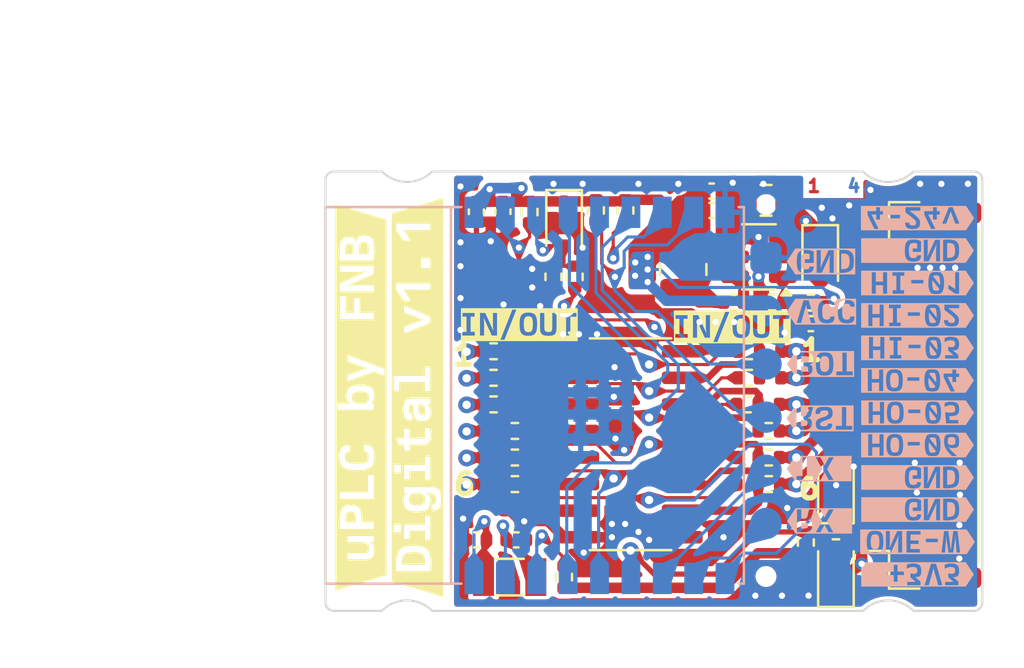
<source format=kicad_pcb>
(kicad_pcb (version 20221018) (generator pcbnew)
  (title_block (title "uPLC_Digital") (date "2024-02-20") (rev "v1.1"))
  (layers (0 "F.Cu" signal) (1 "In1.Cu" signal) (2 "In2.Cu" signal) (31 "B.Cu" signal) (34 "B.Paste" user) (35 "F.Paste" user) (36 "B.SilkS" user "B.Silkscreen") (37 "F.SilkS" user "F.Silkscreen") (38 "B.Mask" user) (39 "F.Mask" user) (44 "Edge.Cuts" user))
  (net 0 "")
  (net 1 "+VDC")
  (net 2 "GND")
  (net 3 "+3.3V")
  (net 4 "Net-(U3-GPIO0{slash}ADC1_CH0{slash}XTAL_32K_P)")
  (net 5 "TX")
  (net 6 "RX")
  (net 7 "BOOT")
  (net 8 "RST")
  (net 9 "ONEWIRE")
  (net 10 "ONEWIRE_OUT")
  (net 11 "Net-(U1-BST)")
  (net 12 "Net-(U3-GPIO8)")
  (net 13 "Net-(U3-GPIO2{slash}ADC1_CH2)")
  (net 14 "Net-(U3-GPIO1{slash}ADC1_CH1{slash}XTAL_32K_N)")
  (net 16 "/SW")
  (net 17 "/FB")
  (net 18 "/VIN_P")
  (net 19 "L1")
  (net 20 "/I1")
  (net 21 "H1")
  (net 22 "/O1")
  (net 23 "L2")
  (net 24 "/I2")
  (net 25 "H2")
  (net 26 "/O2")
  (net 27 "L3")
  (net 28 "/I3")
  (net 29 "H3")
  (net 30 "/O3")
  (net 31 "H4")
  (net 32 "/I4")
  (net 33 "L4")
  (net 34 "/O4")
  (net 35 "H5")
  (net 36 "/I5")
  (net 37 "L5")
  (net 38 "/O5")
  (net 39 "H6")
  (net 40 "/I6")
  (net 41 "L6")
  (net 42 "/O6")
  (net 43 "ADC")
  (footprint "Jumper:SolderJumper-3_P1.3mm_BridgedSMD12_0402" (layer "F.Cu") (at 121.2835 84.201 180)
    (fp_text reference "JP8" hide)
    (fp_text value "0R" hide)
  )
  (footprint "Resistor_SMD:R_0402_1005Metric" (layer "F.Cu") (at 124.5 89 180)
    (fp_text reference "R13" hide)
    (fp_text value "100R" hide)
  )
  (footprint "Resistor_SMD:R_0402_1005Metric" (layer "F.Cu") (at 123.302168 78.064865)
    (fp_text reference "R14" hide)
    (fp_text value "182k" hide)
  )
  (footprint "Capacitor_SMD:C_0402_1005Metric" (layer "F.Cu") (at 123.302168 79.072365 180)
    (fp_text reference "C9" hide)
    (fp_text value "0.1uF" hide)
  )
  (footprint "Resistor_SMD:R_0402_1005Metric" (layer "F.Cu") (at 112.014 76.835 90)
    (fp_text reference "R7" hide)
    (fp_text value "309k" hide)
  )
  (footprint "Jumper:SolderJumper-3_P1.3mm_BridgedSMD12_0402" (layer "F.Cu") (at 121.2835 85.471 180)
    (fp_text reference "JP10" hide)
    (fp_text value "0R" hide)
  )
  (footprint "Jumper:SolderJumper-3_P1.3mm_BridgedSMD12_0402" (layer "F.Cu") (at 120.3435 81.661)
    (fp_text reference "JP4" hide)
    (fp_text value "0R" hide)
  )
  (footprint "kibuzzard-65D8B297" (layer "F.Cu") (at 119.547472 79.226135)
    (fp_text reference "kibuzzard-65D8B297" hide)
    (fp_text value "G***" hide)
  )
  (footprint "Resistor_SMD:R_0402_1005Metric" (layer "F.Cu") (at 114.437926 73.66 90)
    (fp_text reference "R4" hide)
    (fp_text value "10K" hide)
  )
  (footprint "Diode_SMD:D_SOD-323" (layer "F.Cu") (at 111.506 74.295 -90)
    (fp_text reference "D3" hide)
    (fp_text value "1N5819WS" hide)
  )
  (footprint "Capacitor_SMD:C_0402_1005Metric" (layer "F.Cu") (at 118.565517 73.661241)
    (fp_text reference "C12" hide)
    (fp_text value "22uf" hide)
  )
  (footprint "Connector_JST:JST_GH_SM12B-GHS-TB_1x12-1MP_P1.25mm_Horizontal" (layer "F.Cu") (at 128.75 82.5 90)
    (fp_text reference "J2" hide)
    (fp_text value "SM12B-GHS-TB(LF)(SN)")
  )
  (footprint "Resistor_SMD:R_0402_1005Metric" (layer "F.Cu") (at 109.855 73.738298 -90)
    (fp_text reference "R1" hide)
    (fp_text value "10K" hide)
  )
  (footprint "Jumper:SolderJumper-3_P1.3mm_BridgedSMD12_0402" (layer "F.Cu") (at 108.1435 80.391)
    (fp_text reference "JP1" hide)
    (fp_text value "0R" hide)
  )
  (footprint "Jumper:SolderJumper-3_P1.3mm_BridgedSMD12_0402" (layer "F.Cu") (at 108.1435 81.661)
    (fp_text reference "JP3" hide)
    (fp_text value "0R" hide)
  )
  (footprint "Jumper:SolderJumper-3_P1.3mm_BridgedSMD12_0402" (layer "F.Cu") (at 120.2785 82.931)
    (fp_text reference "JP6" hide)
    (fp_text value "0R" hide)
  )
  (footprint "Capacitor_SMD:C_0402_1005Metric" (layer "F.Cu") (at 109.22 89.408)
    (fp_text reference "C4" hide)
    (fp_text value "20pf" hide)
  )
  (footprint "Diode_SMD:D_SOD-323" (layer "F.Cu") (at 123.749442 75.974373 -90)
    (fp_text reference "D4" hide)
    (fp_text value "1N5819WS" hide)
  )
  (footprint "Resistor_SMD:R_0402_1005Metric" (layer "F.Cu") (at 111.506 91.186 -90)
    (fp_text reference "R5" hide)
    (fp_text value "10K" hide)
  )
  (footprint "Package_TO_SOT_SMD:TSOT-23-6" (layer "F.Cu") (at 120.82238 75.881225 180)
    (fp_text reference "U1" hide)
    (fp_text value "AP63201WU" hide)
  )
  (footprint "Diode_SMD:D_SOD-323" (layer "F.Cu") (at 124.5 87 90)
    (fp_text reference "D2" hide)
    (fp_text value "1N5819WS" hide)
  )
  (footprint "kibuzzard-65D8B2B0" (layer "F.Cu") (at 104.5 82.6 90)
    (fp_text reference "kibuzzard-65D8B2B0" hide)
    (fp_text value "G***" hide)
  )
  (footprint "Capacitor_SMD:C_0402_1005Metric" (layer "F.Cu") (at 118.559221 72.73351)
    (fp_text reference "C8" hide)
    (fp_text value "22uf" hide)
  )
  (footprint "Jumper:SolderJumper-3_P1.3mm_BridgedSMD12_0402" (layer "F.Cu") (at 109.1485 85.471 180)
    (fp_text reference "JP9" hide)
    (fp_text value "0R" hide)
  )
  (footprint "Capacitor_SMD:C_0402_1005Metric" (layer "F.Cu") (at 107.315 73.72445 -90)
    (fp_text reference "C3" hide)
    (fp_text value "0.1uF" hide)
  )
  (footprint "kibuzzard-65D49092" (layer "F.Cu") (at 101.8 82.6 90)
    (fp_text reference "kibuzzard-65D49092" hide)
    (fp_text value "G***" hide)
  )
  (footprint "Jumper:SolderJumper-3_P1.3mm_BridgedSMD12_0402" (layer "F.Cu") (at 109.1485 84.201 180)
    (fp_text reference "JP7" hide)
    (fp_text value "0R" hide)
  )
  (footprint "Resistor_SMD:R_0402_1005Metric" (layer "F.Cu") (at 110.998 76.835 -90)
    (fp_text reference "R3" hide)
    (fp_text value "10K" hide)
  )
  (footprint "Jumper:SolderJumper-3_P1.3mm_BridgedSMD12_0402" (layer "F.Cu") (at 109.1485 86.741 180)
    (fp_text reference "JP11" hide)
    (fp_text value "0R" hide)
  )
  (footprint "Package_SO:SOIC-16_3.9x9.9mm_P1.27mm" (layer "F.Cu") (at 114.681 84.836)
    (fp_text reference "U2" hide)
    (fp_text value "TBD62003AFWG")
  )
  (footprint "Resistor_SMD:R_0402_1005Metric" (layer "F.Cu") (at 121.450406 78.058122)
    (fp_text reference "R15" hide)
    (fp_text value "62k" hide)
  )
  (footprint "Jumper:SolderJumper-3_P1.3mm_BridgedSMD12_0402" (layer "F.Cu") (at 120.3435 80.391)
    (fp_text reference "JP2" hide)
    (fp_text value "0R" hide)
  )
  (footprint "Inductor_SMD:L_1008_2520Metric" (layer "F.Cu") (at 117.200406 76.48351 90)
    (fp_text reference "L1" hide)
    (fp_text value "6.8uH" hide)
  )
  (footprint "Jumper:SolderJumper-3_P1.3mm_BridgedSMD12_0402" (layer "F.Cu") (at 108.1435 82.931)
    (fp_text reference "JP5" hide)
    (fp_text value "0R" hide)
  )
  (footprint "kibuzzard-65D8B28C" (layer "F.Cu") (at 109.368864 79.120689)
    (fp_text reference "kibuzzard-65D8B28C" hide)
    (fp_text value "G***" hide)
  )
  (footprint "Crystal:Crystal_SMD_3215-2Pin_3.2x1.5mm" (layer "F.Cu") (at 108.905989 91.186465)
    (fp_text reference "Y1" hide)
    (fp_text value "32.768khz 3215 12.5pf" hide)
  )
  (footprint "Diode_SMD:D_SOD-323" (layer "F.Cu") (at 124.5 91 90)
    (fp_text reference "D1" hide)
    (fp_text value "1N5819WS" hide)
  )
  (footprint "Capacitor_SMD:C_0805_2012Metric" (layer "F.Cu") (at 121.158 73.177632 180)
    (fp_text reference "C5" hide)
    (fp_text value "10uF" hide)
  )
  (footprint "Capacitor_SMD:C_0402_1005Metric" (layer "F.Cu") (at 108.585 73.719836 -90)
    (fp_text reference "C11" hide)
    (fp_text value "22uf" hide)
  )
  (footprint "Capacitor_SMD:C_0402_1005Metric" (layer "F.Cu") (at 107.315 89.408)
    (fp_text reference "C1" hide)
    (fp_text value "20pf" hide)
  )
  (footprint "Jumper:SolderJumper-3_P1.3mm_BridgedSMD12_0402" (layer "F.Cu") (at 121.2835 86.741 180)
    (fp_text reference "JP12" hide)
    (fp_text value "0R" hide)
  )
  (footprint "Capacitor_SMD:C_0402_1005Metric" (layer "F.Cu") (at 119.604047 78.055779)
    (fp_text reference "C2" hide)
    (fp_text value "0.1uF" hide)
  )
  (footprint "Resistor_SMD:R_0402_1005Metric" (layer "F.Cu") (at 123.063 89.535 90)
    (fp_text reference "R6" hide)
    (fp_text value "10K" hide)
  )
  (footprint "Resistor_SMD:R_0402_1005Metric" (layer "F.Cu") (at 113.03 73.66 -90)
    (fp_text reference "R2" hide)
    (fp_text value "10K" hide)
  )
  (footprint "kibuzzard-65D7176D" (layer "B.Cu") (at 123.763688 81)
    (fp_text reference "kibuzzard-65D7176D" hide)
    (fp_text value "G***" hide)
  )
  (footprint "kibuzzard-65D8B0ED" (layer "B.Cu") (at 128.402262 78.678703)
    (fp_text reference "kibuzzard-65D8B0ED" hide)
    (fp_text value "G***" hide)
  )
  (footprint "kibuzzard-65D7177B" (layer "B.Cu") (at 123.785094 76.1)
    (fp_text reference "kibuzzard-65D7177B" hide)
    (fp_text value "G***" hide)
  )
  (footprint "kibuzzard-65D8B10C" (layer "B.Cu") (at 128.40377 83.329005)
    (fp_text reference "kibuzzard-65D8B10C" hide)
    (fp_text value "G***" hide)
  )
  (footprint "kibuzzard-65D8B0F8" (layer "B.Cu") (at 128.4 80.22805)
    (fp_text reference "kibuzzard-65D8B0F8" hide)
    (fp_text value "G***" hide)
  )
  (footprint "kibuzzard-65D8B0E2" (layer "B.Cu") (at 128.4 77.129356)
    (fp_text reference "kibuzzard-65D8B0E2" hide)
    (fp_text value "G***" hide)
  )
  (footprint "esprelay:kibuzzard-65D3616E" (layer "B.Cu") (at 128.4 74.026138)
    (fp_text reference "kibuzzard-65D3616E" hide)
    (fp_text value "G***" hide)
  )
  (footprint "TestPoint:TestPoint_Pad_1.0x1.0mm_6pad" (layer "B.Cu") (at 121.158 75.92 -90)
    (fp_text reference "J1" hide)
    (fp_text value "Conn_01x06_Pin" hide)
  )
  (footprint "esprelay:kibuzzard-65D460A0" (layer "B.Cu") (at 123.720876 88.5)
    (fp_text reference "kibuzzard-65D460A0" hide)
    (fp_text value "G***" hide)
  )
  (footprint "esprelay:kibuzzard-65D46022" (layer "B.Cu") (at 123.742282 83.6)
    (fp_text reference "kibuzzard-65D46022" hide)
    (fp_text value "G***" hide)
  )
  (footprint "esprelay:kibuzzard-65D36177" (layer "B.Cu") (at 128.401508 75.577747)
    (fp_text reference "kibuzzard-65D36177" hide)
    (fp_text value "G***" hide)
  )
  (footprint "kibuzzard-65D74DE1" (layer "B.Cu") (at 128.404776 87.958194)
    (fp_text reference "kibuzzard-65D74DE1" hide)
    (fp_text value "G***" hide)
  )
  (footprint "kibuzzard-65D74DEE" (layer "B.Cu") (at 128.4 89.5)
    (fp_text reference "kibuzzard-65D74DEE" hide)
    (fp_text value "G***" hide)
  )
  (footprint "kibuzzard-65D8B121" (layer "B.Cu") (at 128.4 84.873827)
    (fp_text reference "kibuzzard-65D8B121" hide)
    (fp_text value "G***" hide)
  )
  (footprint "kibuzzard-65D8B343" (layer "B.Cu") (at 128.402262 86.423174)
    (fp_text reference "kibuzzard-65D8B343" hide)
    (fp_text value "G***" hide)
  )
  (footprint "esprelay:kibuzzard-65D46066" (layer "B.Cu") (at 123.69947 86)
    (fp_text reference "kibuzzard-65D46066" hide)
    (fp_text value "G***" hide)
  )
  (footprint "kibuzzard-65D8B104" (layer "B.Cu") (at 128.4 81.784183)
    (fp_text reference "kibuzzard-65D8B104" hide)
    (fp_text value "G***" hide)
  )
  (footprint "kibuzzard-65D71774" (layer "B.Cu") (at 123.8065 78.5)
    (fp_text reference "kibuzzard-65D71774" hide)
    (fp_text value "G***" hide)
  )
  (footprint "kibuzzard-65D74DFB" (layer "B.Cu") (at 128.4 91.056138)
    (fp_text reference "kibuzzard-65D74DFB" hide)
    (fp_text value "G***" hide)
  )
  (footprint "PCM_Espressif:ESP32-C3-WROOM-02" (layer "B.Cu") (at 113.1 82.5 -90)
    (fp_text reference "U3" hide)
    (fp_text value "ESP32-C3-WROOM-02")
  )
  (gr_arc (start 100.1 72.2) (mid 100.217157 71.917157) (end 100.5 71.8) (stroke (width 0.1)) (layer "Edge.Cuts"))
  (gr_arc (start 128.2 71.802944) (mid 127 72.3) (end 125.8 71.802944) (stroke (width 0.1)) (layer "Edge.Cuts"))
  (gr_line (start 131.5 72.2) (end 131.5 92.4) (stroke (width 0.1)) (layer "Edge.Cuts"))
  (gr_arc (start 100.5 92.8) (mid 100.217157 92.682843) (end 100.1 92.4) (stroke (width 0.1)) (layer "Edge.Cuts"))
  (gr_line (start 102.8 92.8) (end 100.5 92.8) (stroke (width 0.1)) (layer "Edge.Cuts"))
  (gr_arc (start 125.8 92.797056) (mid 127 92.3) (end 128.2 92.797056) (stroke (width 0.1)) (layer "Edge.Cuts"))
  (gr_arc (start 131.5 92.4) (mid 131.382843 92.682843) (end 131.1 92.8) (stroke (width 0.1)) (layer "Edge.Cuts"))
  (gr_arc (start 131.1 71.8) (mid 131.382843 71.917157) (end 131.5 72.2) (stroke (width 0.1)) (layer "Edge.Cuts"))
  (gr_line (start 100.5 71.8) (end 102.8 71.8) (stroke (width 0.1)) (layer "Edge.Cuts"))
  (gr_arc (start 102.8 92.797056) (mid 104 92.3) (end 105.2 92.797056) (stroke (width 0.1)) (layer "Edge.Cuts"))
  (gr_arc (start 105.2 71.8) (mid 104 72.297056) (end 102.8 71.8) (stroke (width 0.1)) (layer "Edge.Cuts"))
  (gr_line (start 125.8 92.8) (end 105.2 92.8) (stroke (width 0.1)) (layer "Edge.Cuts"))
  (gr_line (start 100.1 92.4) (end 100.1 72.2) (stroke (width 0.1)) (layer "Edge.Cuts"))
  (gr_line (start 131.1 92.8) (end 128.2 92.8) (stroke (width 0.1)) (layer "Edge.Cuts"))
  (gr_line (start 128.2 71.8) (end 131.1 71.8) (stroke (width 0.1)) (layer "Edge.Cuts"))
  (gr_line (start 105.2 71.8) (end 125.8 71.8) (stroke (width 0.1)) (layer "Edge.Cuts"))
  (gr_text "1" (at 123.066142 72.844307) (layer "F.Cu") (effects (font (size 0.6 0.6) (thickness 0.15) bold) (justify left bottom)))
  (gr_text "4" (at 124.971142 72.844307) (layer "B.Cu") (effects (font (size 0.6 0.6) (thickness 0.15) bold) (justify left bottom)))
  (gr_text "6" (at 122.587956 87.533058) (layer "F.SilkS") (effects (font (size 1 1) (thickness 0.25) bold) (justify left bottom)))
  (gr_text "6" (at 106.104554 87.328029) (layer "F.SilkS") (effects (font (size 1 1) (thickness 0.25) bold) (justify left bottom)))
  (gr_text "1" (at 122.69267 80.929528) (layer "F.SilkS") (effects (font (size 1 1) (thickness 0.25) bold) (justify left bottom)))
  (gr_text "1" (at 106.072562 81.153475) (layer "F.SilkS") (effects (font (size 1 1) (thickness 0.25) bold) (justify left bottom)))
  (segment (start 125.148815 75.625) (end 123.749442 77.024373) (width 0.5) (layer "F.Cu") (net 1))
  (segment (start 126.9 75.625) (end 125.148815 75.625) (width 0.5) (layer "F.Cu") (net 1))
  (segment (start 115.450257 77.9526) (end 113.7158 77.9526) (width 0.5) (layer "F.Cu") (net 2))
  (segment (start 111.4552 79.5782) (end 111.248 79.371) (width 0.5) (layer "F.Cu") (net 2))
  (segment (start 128.37 85.625) (end 130.325 85.625) (width 0.5) (layer "F.Cu") (net 2))
  (segment (start 126.9 86.875) (end 128.098828 86.875) (width 0.5) (layer "F.Cu") (net 2))
  (segment (start 109.8256 79.371) (end 108.6104 78.1558) (width 0.5) (layer "F.Cu") (net 2))
  (segment (start 128.636556 86.875) (end 130.055 86.875) (width 0.5) (layer "F.Cu") (net 2))
  (segment (start 120.800406 74.93) (end 120.800406 78.843594) (width 0.5) (layer "F.Cu") (net 2))
  (segment (start 107.8992 75.184) (end 106.553 75.184) (width 0.5) (layer "F.Cu") (net 2))
  (segment (start 126.9 76.875) (end 127.925 76.875) (width 0.5) (layer "F.Cu") (net 2))
  (segment (start 128.367692 87.143864) (end 128.636556 86.875) (width 0.5) (layer "F.Cu") (net 2))
  (segment (start 109.7 89.408) (end 109.7 88.618) (width 0.25) (layer "F.Cu") (net 2))
  (segment (start 110.998 77.345) (end 109.984 77.345) (width 0.5) (layer "F.Cu") (net 2))
  (segment (start 108.216331 87.677047) (end 107.394953 87.677047) (width 0.5) (layer "F.Cu") (net 2))
  (segment (start 126.9 85.625) (end 125.6268 85.625) (width 0.5) (layer "F.Cu") (net 2))
  (segment (start 124.5 86.781) (end 124.5108 86.7918) (width 0.5) (layer "F.Cu") (net 2))
  (segment (start 111.248 79.371) (end 109.8256 79.371) (width 0.5) (layer "F.Cu") (net 2))
  (segment (start 128.27 85.725) (end 128.37 85.625) (width 0.5) (layer "F.Cu") (net 2))
  (segment (start 119.565705 73.695299) (end 120.800406 74.93) (width 0.5) (layer "F.Cu") (net 2))
  (segment (start 125.3018 85.95) (end 125.349 85.9028) (width 0.5) (layer "F.Cu") (net 2))
  (segment (start 117.57251 78.58351) (end 116.081167 78.58351) (width 0.5) (layer "F.Cu") (net 2))
  (segment (start 109.7 88.618) (end 109.601 88.519) (width 0.25) (layer "F.Cu") (net 2))
  (segment (start 109.422728 88.50448) (end 108.954238 88.03599) (width 0.5) (layer "F.Cu") (net 2))
  (segment (start 112.8268 77.0636) (end 112.8268 75.8698) (width 0.5) (layer "F.Cu") (net 2))
  (segment (start 117.14033 79.83667) (end 117.983 78.994) (width 0.15) (layer "F.Cu") (net 2))
  (segment (start 119.565705 72.336284) (end 119.565705 73.695299) (width 0.5) (layer "F.Cu") (net 2))
  (segment (start 108.954238 88.03599) (end 108.575273 88.03599) (width 0.5) (layer "F.Cu") (net 2))
  (segment (start 124.5108 86.7918) (end 124.6124 86.8934) (width 0.5) (layer "F.Cu") (net 2))
  (segment (start 120.65 78.994) (end 119.634 78.994) (width 0.5) (layer "F.Cu") (net 2))
  (segment (start 112.8268 75.8698) (end 112.395 75.438) (width 0.5) (layer "F.Cu") (net 2))
  (segment (start 108.585 74.199836) (end 108.0008 74.199836) (width 0.5) (layer "F.Cu") (net 2))
  (segment (start 116.081167 78.58351) (end 115.450257 77.9526) (width 0.5) (layer "F.Cu") (net 2))
  (segment (start 128.098828 86.875) (end 128.367692 87.143864) (width 0.5) (layer "F.Cu") (net 2))
  (segment (start 113.0808 79.5782) (end 113.33927 79.83667) (width 0.15) (layer "F.Cu") (net 2))
  (segment (start 108.0008 74.199836) (end 107.319614 74.199836) (width 0.5) (layer "F.Cu") (net 2))
  (segment (start 106.68 88.392) (end 106.68 92.075) (width 0.5) (layer "F.Cu") (net 2))
  (segment (start 124.6124 86.8934) (end 126.8816 86.8934) (width 0.5) (layer "F.Cu") (net 2))
  (segment (start 124.5 85.95) (end 124.5 86.781) (width 0.5) (layer "F.Cu") (net 2))
  (segment (start 112.206 89.773985) (end 112.446172 90.014157) (width 0.5) (layer "F.Cu") (net 2))
  (segment (start 112.206 89.281) (end 113.792 89.281) (width 0.5) (layer "F.Cu") (net 2))
  (segment (start 109.984 77.345) (end 109.982 77.343) (width 0.5) (layer "F.Cu") (net 2))
  (segment (start 124.5 85.95) (end 125.3018 85.95) (width 0.5) (layer "F.Cu") (net 2))
  (segment (start 113.33927 79.83667) (end 117.14033 79.83667) (width 0.15) (layer "F.Cu") (net 2))
  (segment (start 127.925 76.875) (end 128.4 76.4) (width 0.5) (layer "F.Cu") (net 2))
  (segment (start 126.9 85.625) (end 128.17 85.625) (width 0.5) (layer "F.Cu") (net 2))
  (segment (start 107.394953 87.677047) (end 106.68 88.392) (width 0.5) (layer "F.Cu") (net 2))
  (segment (start 108.575273 88.03599) (end 108.216331 87.677047) (width 0.5) (layer "F.Cu") (net 2))
  (segment (start 108.0008 74.199836) (end 108.0008 75.0824) (width 0.5) (layer "F.Cu") (net 2))
  (segment (start 128.17 85.625) (end 128.27 85.725) (width 0.5) (layer "F.Cu") (net 2))
  (segment (start 109.61552 88.50448) (end 109.601 88.519) (width 0.5) (layer "F.Cu") (net 2))
  (segment (start 108.0008 75.0824) (end 108.0008 75.1332) (width 0.5) (layer "F.Cu") (net 2))
  (segment (start 107.95 75.1332) (end 107.8992 75.184) (width 0.5) (layer "F.Cu") (net 2))
  (segment (start 108.0008 75.1332) (end 107.95 75.1332) (width 0.5) (layer "F.Cu") (net 2))
  (segment (start 125.6268 85.625) (end 125.349 85.9028) (width 0.5) (layer "F.Cu") (net 2))
  (segment (start 110.72948 88.50448) (end 109.422728 88.50448) (width 0.5) (layer "F.Cu") (net 2))
  (segment (start 130.055 86.875) (end 130.429 87.249) (width 0.5) (layer "F.Cu") (net 2))
  (segment (start 120.800406 78.843594) (end 120.65 78.994) (width 0.5) (layer "F.Cu") (net 2))
  (segment (start 117.983 78.994) (end 117.57251 78.58351) (width 0.5) (layer "F.Cu") (net 2))
  (segment (start 111.506 89.281) (end 110.72948 88.50448) (width 0.5) (layer "F.Cu") (net 2))
  (segment (start 112.206 89.281) (end 112.206 89.773985) (width 0.5) (layer "F.Cu") (net 2))
  (segment (start 130.325 85.625) (end 130.417129 85.717129) (width 0.5) (layer "F.Cu") (net 2))
  (segment (start 113.7158 77.9526) (end 112.8268 77.0636) (width 0.5) (layer "F.Cu") (net 2))
  (via (at 130.81 72.39) (size 0.6) (drill 0.3) (layers "F.Cu" "B.Cu") (net 2))
  (via (at 111.4552 79.5782) (size 0.6) (drill 0.3) (layers "F.Cu" "B.Cu") (net 2))
  (via (at 113.0808 79.5782) (size 0.6) (drill 0.3) (layers "F.Cu" "B.Cu") (net 2))
  (via (at 106.553 75.184) (size 0.6) (drill 0.3) (layers "F.Cu" "B.Cu") (net 2))
  (via (at 120.800406 74.93) (size 0.6) (drill 0.3) (layers "F.Cu" "B.Cu") (net 2))
  (via (at 121.031 72.39) (size 0.6) (drill 0.3) (layers "F.Cu" "B.Cu") (net 2))
  (via (at 129.6 76.4) (size 0.6) (drill 0.3) (layers "F.Cu" "B.Cu") (net 2))
  (via (at 109.982 77.343) (size 0.6) (drill 0.3) (layers "F.Cu" "B.Cu") (net 2))
  (via (at 117.983 78.994) (size 0.6) (drill 0.3) (layers "F.Cu" "B.Cu") (net 2))
  (via (at 126.152645 72.680001) (size 0.6) (drill 0.3) (layers "F.Cu" "B.Cu") (net 2))
  (via (at 106.553 79.375) (size 0.6) (drill 0.3) (layers "F.Cu" "B.Cu") (net 2))
  (via (at 128.4 76.4) (size 0.6) (drill 0.3) (layers "F.Cu" "B.Cu") (net 2))
  (via (at 119.634 78.994) (size 0.6) (drill 0.3) (layers "F.Cu" "B.Cu") (net 2))
  (via (at 113.792 89.281) (size 0.6) (drill 0.3) (layers "F.Cu" "B.Cu") (net 2))
  (via (at 129.54 72.39) (size 0.6) (drill 0.3) (layers "F.Cu" "B.Cu") (net 2))
  (via (at 110.998 72.39) (size 0.6) (drill 0.3) (layers "F.Cu" "B.Cu") (net 2))
  (via (at 112.395 72.39) (size 0.6) (drill 0.3) (layers "F.Cu" "B.Cu") (net 2))
  (via (at 125.349 85.9028) (size 0.6) (drill 0.3) (layers "F.Cu" "B.Cu") (net 2))
  (via (at 112.395 75.438) (size 0.6) (drill 0.3) (layers "F.Cu" "B.Cu") (net 2))
  (via (at 128.367692 87.143864) (size 0.6) (drill 0.3) (layers "F.Cu" "B.Cu") (net 2))
  (via (at 112.446172 90.014157) (size 0.6) (drill 0.3) (layers "F.Cu" "B.Cu") (net 2))
  (via (at 122.047 79.502) (size 0.6) (drill 0.3) (layers "F.Cu" "B.Cu") (net 2))
  (via (at 128.524 72.39) (size 0.6) (drill 0.3) (layers "F.Cu" "B.Cu") (net 2))
  (via (at 115.062 72.39) (size 0.6) (drill 0.3) (layers "F.Cu" "B.Cu") (net 2))
  (via (at 123.825 73.533) (size 0.6) (drill 0.3) (layers "F.Cu" "B.Cu") (net 2))
  (via (at 129 76.4) (size 0.6) (drill 0.3) (layers "F.Cu" "B.Cu") (net 2))
  (via (at 130.4 90.3) (size 0.6) (drill 0.3) (layers "F.Cu" "B.Cu") (net 2))
  (via (at 123.19 92.075) (size 0.6) (drill 0.3) (layers "F.Cu" "B.Cu") (net 2))
  (via (at 119.126 89.281) (size 0.6) (drill 0.3) (layers "F.Cu" "B.Cu") (net 2))
  (via (at 106.553 77.851) (size 0.6) (drill 0.3) (layers "F.Cu" "B.Cu") (net 2))
  (via (at 108.0008 75.1332) (size 0.6) (drill 0.3) (layers "F.Cu" "B.Cu") (net 2))
  (via (at 109.601 88.519) (size 0.6) (drill 0.3) (layers "F.Cu" "B.Cu") (net 2))
  (via (at 113.885245 82.567) (size 0.6) (drill 0.3) (layers "F.Cu" "B.Cu") (net 2))
  (via (at 109.982 76.454) (size 0.6) (drill 0.3) (layers "F.Cu" "B.Cu") (net 2))
  (via (at 120.800406 76.818) (size 0.6) (drill 0.3) (layers "F.Cu" "B.Cu") (net 2))
  (via (at 106.553 72.517) (size 0.6) (drill 0.3) (layers "F.Cu" "B.Cu") (net 2))
  (via (at 118.745 78.994) (size 0.6) (drill 0.3) (layers "F.Cu" "B.Cu") (net 2))
  (via (at 114.427 88.646) (size 0.6) (drill 0.3) (layers "F.Cu" "B.Cu") (net 2))
  (via (at 120.65 92.075) (size 0.6) (drill 0.3) (layers "F.Cu" "B.Cu") (net 2))
  (via (at 125.134488 73.420269) (size 0.6) (drill 0.3) (layers "F.Cu" "B.Cu") (net 2))
  (via (at 130.429 87.249) (size 0.6) (drill 0.3) (layers "F.Cu" "B.Cu") (net 2))
  (via (at 114.3762 85.1154) (size 0.6) (drill 0.3) (layers "F.Cu" "B.Cu") (net 2))
  (via (at 113.792 88.646) (size 0.6) (drill 0.3) (layers "F.Cu" "B.Cu") (net 2))
  (via (at 115.57 89.408) (size 0.6) (drill 0.3) (layers "F.Cu" "B.Cu") (net 2))
  (via (at 106.68 88.392) (size 0.6) (drill 0.3) (layers "F.Cu" "B.Cu") (net 2))
  (via (at 106.553 76.327) (size 0.6) (drill 0.3) (layers "F.Cu" "B.Cu") (net 2))
  (via (at 128.27 85.725) (size 0.6) (drill 0.3) (layers "F.Cu" "B.Cu") (net 2))
  (via (at 130.2 76.4) (size 0.6) (drill 0.3) (layers "F.Cu" "B.Cu") (net 2))
  (via (at 124.333 74.041) (size 0.6) (drill 0.3) (layers "F.Cu" "B.Cu") (net 2))
  (via (at 124.5108 86.7918) (size 0.6) (drill 0.3) (layers "F.Cu" "B.Cu") (net 2))
  (via (at 113.919 81.153) (size 0.6) (drill 0.3) (layers "F.Cu" "B.Cu") (net 2))
  (via (at 115.062 89.027) (size 0.6) (drill 0.3) (layers "F.Cu" "B.Cu") (net 2))
  (via (at 112.2172 79.5782) (size 0.6) (drill 0.3) (layers "F.Cu" "B.Cu") (net 2))
  (via (at 122.174 87.884) (size 0.6) (drill 0.3) (layers "F.Cu" "B.Cu") (net 2))
  (via (at 130.417129 85.717129) (size 0.6) (drill 0.3) (layers "F.Cu" "B.Cu") (net 2))
  (via (at 130.4 88.7) (size 0.6) (drill 0.3) (layers "F.Cu" "B.Cu") (net 2))
  (via (at 119.565705 72.336284) (size 0.6) (drill 0.3) (layers "F.Cu" "B.Cu") (net 2))
  (via (at 121.92 92.075) (size 0.6) (drill 0.3) (layers "F.Cu" "B.Cu") (net 2))
  (via (at 110.363 78.232) (size 0.6) (drill 0.3) (layers "F.Cu" "B.Cu") (net 2))
  (via (at 116.967 72.39) (size 0.6) (drill 0.3) (layers "F.Cu" "B.Cu") (net 2))
  (via (at 113.961795 84.566265) (size 0.6) (drill 0.3) (layers "F.Cu" "B.Cu") (net 2))
  (via (at 108.6104 78.1558) (size 0.6) (drill 0.3) (layers "F.Cu" "B.Cu") (net 2))
  (segment (start 111.2266 83.312) (end 111.2266 82.3722) (width 0.5) (layer "B.Cu") (net 2))
  (segment (start 112.3 82.36) (end 112.3 81.2988) (width 0.5) (layer "B.Cu") (net 2))
  (segment (start 112.3 84.56) (end 112.3 82.36) (width 0.5) (layer "B.Cu") (net 2))
  (segment (start 111.3824 84.56) (end 111.2266 84.4042) (width 0.5) (layer "B.Cu") (net 2))
  (segment (start 114.5 81.734) (end 113.919 81.153) (width 0.5) (layer "B.Cu") (net 2))
  (segment (start 114.5 83.41) (end 111.3246 83.41) (width 0.5) (layer "B.Cu") (net 2))
  (segment (start 112.3 84.56) (end 111.3824 84.56) (width 0.5) (layer "B.Cu") (net 2))
  (segment (start 114.5 82.36) (end 114.5 81.734) (width 0.5) (layer "B.Cu") (net 2))
  (segment (start 113.4 82.36) (end 113.4 81.672) (width 0.5) (layer "B.Cu") (net 2))
  (segment (start 112.4458 81.153) (end 113.919 81.153) (width 0.5) (layer "B.Cu") (net 2))
  (segment (start 114.5 84.56) (end 112.3 84.56) (width 0.5) (layer "B.Cu") (net 2))
  (segment (start 114.5 84.56) (end 114.5 82.36) (width 0.5) (layer "B.Cu") (net 2))
  (segment (start 113.4 82.36) (end 113.4 84.56) (width 0.5) (layer "B.Cu") (net 2))
  (segment (start 111.2266 84.4042) (end 111.2266 83.312) (width 0.5) (layer "B.Cu") (net 2))
  (segment (start 114.5 82.36) (end 112.3 82.36) (width 0.5) (layer "B.Cu") (net 2))
  (segment (start 114.5 83.41) (end 112.3 83.41) (width 0.5) (layer "B.Cu") (net 2))
  (segment (start 111.3246 83.41) (end 111.2266 83.312) (width 0.5) (layer "B.Cu") (net 2))
  (segment (start 112.3 81.2988) (end 112.4458 81.153) (width 0.5) (layer "B.Cu") (net 2))
  (segment (start 111.2388 82.36) (end 112.3 82.36) (width 0.5) (layer "B.Cu") (net 2))
  (segment (start 111.2266 82.3722) (end 111.2388 82.36) (width 0.5) (layer "B.Cu") (net 2))
  (segment (start 113.4 81.672) (end 113.919 81.153) (width 0.5) (layer "B.Cu") (net 2))
  (segment (start 116.078 73.152) (end 117.200406 74.274406) (width 0.5) (layer "F.Cu") (net 3))
  (segment (start 109.22 73.24445) (end 109.22 72.644) (width 0.5) (layer "F.Cu") (net 3))
  (segment (start 125.73 90.551) (end 125.603 90.551) (width 0.5) (layer "F.Cu") (net 3))
  (segment (start 123.812168 78.064865) (end 123.812168 79.042365) (width 0.15) (layer "F.Cu") (net 3))
  (segment (start 120.775 90.045) (end 119.124 91.696) (width 0.5) (layer "F.Cu") (net 3))
  (segment (start 123.063 90.045) (end 120.775 90.045) (width 0.5) (layer "F.Cu") (net 3))
  (segment (start 109.270345 72.593655) (end 109.468964 72.593655) (width 0.5) (layer "F.Cu") (net 3))
  (segment (start 124.400406 77.883534) (end 123.993499 77.883534) (width 0.15) (layer "F.Cu") (net 3))
  (segment (start 119.124 91.696) (end 111.506 91.696) (width 0.5) (layer "F.Cu") (net 3))
  (segment (start 107.315 73.24445) (end 107.95 73.24445) (width 0.5) (layer "F.Cu") (net 3))
  (segment (start 124.5 91.482) (end 123.063 90.045) (width 0.5) (layer "F.Cu") (net 3))
  (segment (start 125.73 89.789) (end 126.144 89.375) (width 0.5) (layer "F.Cu") (net 3))
  (segment (start 126.144 89.375) (end 126.9 89.375) (width 0.5) (layer "F.Cu") (net 3))
  (segment (start 124.5 92.05) (end 124.5 91.482) (width 0.5) (layer "F.Cu") (net 3))
  (segment (start 114.359628 73.228298) (end 114.437926 73.15) (width 0.5) (layer "F.Cu") (net 3))
  (segment (start 109.855 73.228298) (end 114.359628 73.228298) (width 0.5) (layer "F.Cu") (net 3))
  (segment (start 107.95 73.24445) (end 107.95 72.644) (width 0.5) (layer "F.Cu") (net 3))
  (segment (start 124.5 91.654) (end 124.5 92.05) (width 0.5) (layer "F.Cu") (net 3))
  (segment (start 109.22 73.24445) (end 109.838848 73.24445) (width 0.5) (layer "F.Cu") (net 3))
  (segment (start 117.200406 74.274406) (end 117.200406 75.40851) (width 0.5) (layer "F.Cu") (net 3))
  (segment (start 125.73 90.551) (end 125.73 89.789) (width 0.5) (layer "F.Cu") (net 3))
  (segment (start 114.439926 73.152) (end 116.078 73.152) (width 0.5) (layer "F.Cu") (net 3))
  (segment (start 107.95 73.24445) (end 109.22 73.24445) (width 0.5) (layer "F.Cu") (net 3))
  (segment (start 109.22 72.644) (end 109.270345 72.593655) (width 0.5) (layer "F.Cu") (net 3))
  (segment (start 125.603 90.551) (end 124.5 91.654) (width 0.5) (layer "F.Cu") (net 3))
  (via (at 115.500406 76.48351) (size 0.6) (drill 0.3) (layers "F.Cu" "B.Cu") (net 3))
  (via (at 115.500406 77.08351) (size 0.6) (drill 0.3) (layers "F.Cu" "B.Cu") (net 3))
  (via (at 115.500406 75.88351) (size 0.6) (drill 0.3) (layers "F.Cu" "B.Cu") (net 3))
  (via (at 107.95 72.644) (size 0.6) (drill 0.3) (layers "F.Cu" "B.Cu") (net 3))
  (via (at 114.905 76.14778) (size 0.6) (drill 0.3) (layers "F.Cu" "B.Cu") (net 3))
  (via (at 114.900406 76.78351) (size 0.6) (drill 0.3) (layers "F.Cu" "B.Cu") (net 3))
  (via (at 109.468964 72.593655) (size 0.6) (drill 0.3) (layers "F.Cu" "B.Cu") (net 3))
  (via (at 124.400406 77.883534) (size 0.6) (drill 0.3) (layers "F.Cu" "B.Cu") (net 3))
  (via (at 125.73 90.551) (size 0.6) (drill 0.3) (layers "F.Cu" "B.Cu") (net 3))
  (segment (start 108.000345 72.593655) (end 107.95 72.644) (width 0.5) (layer "B.Cu") (net 3))
  (segment (start 116.10751 76.48351) (end 115.500406 76.48351) (width 0.15) (layer "B.Cu") (net 3))
  (segment (start 120.676 77.978) (end 121.158 78.46) (width 0.5) (layer "B.Cu") (net 3))
  (segment (start 107.2 73.394) (end 107.95 72.644) (width 0.5) (layer "B.Cu") (net 3))
  (segment (start 123.859872 77.343) (end 116.967 77.343) (width 0.15) (layer "B.Cu") (net 3))
  (segment (start 115.500406 77.08351) (end 116.394896 77.978) (width 0.5) (layer "B.Cu") (net 3))
  (segment (start 109.468964 72.593655) (end 108.000345 72.593655) (width 0.5) (layer "B.Cu") (net 3))
  (segment (start 116.967 77.343) (end 116.10751 76.48351) (width 0.15) (layer "B.Cu") (net 3))
  (segment (start 116.394896 77.978) (end 120.676 77.978) (width 0.5) (layer "B.Cu") (net 3))
  (segment (start 124.400406 77.883534) (end 123.859872 77.343) (width 0.15) (layer "B.Cu") (net 3))
  (segment (start 107.655989 89.547011) (end 107.655989 91.186465) (width 0.15) (layer "F.Cu") (net 4))
  (segment (start 107.795 88.618) (end 107.696 88.519) (width 0.15) (layer "F.Cu") (net 4))
  (segment (start 107.795 89.408) (end 107.795 88.618) (width 0.15) (layer "F.Cu") (net 4))
  (via (at 107.696 88.519) (size 0.6) (drill 0.3) (layers "F.Cu" "B.Cu") (net 4))
  (segment (start 107.2 91.25) (end 107.2 89.015) (width 0.15) (layer "B.Cu") (net 4))
  (segment (start 107.2 89.015) (end 107.696 88.519) (width 0.15) (layer "B.Cu") (net 4))
  (segment (start 116.2 91.038) (end 121.158 86.08) (width 0.15) (layer "B.Cu") (net 5))
  (segment (start 117.7 91.1) (end 118.525 90.275) (width 0.15) (layer "B.Cu") (net 6))
  (segment (start 119.402 90.275) (end 121.057 88.62) (width 0.15) (layer "B.Cu") (net 6))
  (segment (start 118.525 90.275) (end 119.402 90.275) (width 0.15) (layer "B.Cu") (net 6))
  (segment (start 113.3018 76.200786) (end 113.3018 74.4418) (width 0.15) (layer "F.Cu") (net 7))
  (segment (start 113.3018 74.4418) (end 113.03 74.17) (width 0.15) (layer "F.Cu") (net 7))
  (segment (start 113.936014 76.835) (end 113.3018 76.200786) (width 0.15) (layer "F.Cu") (net 7))
  (via (at 113.936014 76.835) (size 0.6) (drill 0.3) (layers "F.Cu" "B.Cu") (net 7))
  (segment (start 114.38 76.391014) (end 114.38 75.612) (width 0.15) (layer "B.Cu") (net 7))
  (segment (start 116.439 75.311) (end 117.7 74.05) (width 0.15) (layer "B.Cu") (net 7))
  (segment (start 113.919 76.852014) (end 113.919 77.47) (width 0.15) (layer "B.Cu") (net 7))
  (segment (start 115.951 78.486) (end 118.465 81) (width 0.15) (layer "B.Cu") (net 7))
  (segment (start 114.681 75.311) (end 116.439 75.311) (width 0.15) (layer "B.Cu") (net 7))
  (segment (start 118.465 81) (end 121.158 81) (width 0.15) (layer "B.Cu") (net 7))
  (segment (start 114.38 75.612) (end 114.681 75.311) (width 0.15) (layer "B.Cu") (net 7))
  (segment (start 113.919 77.47) (end 114.935 78.486) (width 0.15) (layer "B.Cu") (net 7))
  (segment (start 114.935 78.486) (end 115.951 78.486) (width 0.15) (layer "B.Cu") (net 7))
  (segment (start 113.936014 76.835) (end 113.919 76.852014) (width 0.15) (layer "B.Cu") (net 7))
  (segment (start 113.936014 76.835) (end 114.38 76.391014) (width 0.15) (layer "B.Cu") (net 7))
  (segment (start 110.018752 78.8924) (end 115.481924 78.8924) (width 0.15) (layer "F.Cu") (net 8))
  (segment (start 109.347 78.220648) (end 110.018752 78.8924) (width 0.15) (layer "F.Cu") (net 8))
  (segment (start 115.481924 78.8924) (end 115.824138 79.234614) (width 0.15) (layer "F.Cu") (net 8))
  (segment (start 109.855 74.248298) (end 109.855 74.93) (width 0.15) (layer "F.Cu") (net 8))
  (segment (start 109.347 75.438) (end 109.347 78.220648) (width 0.15) (layer "F.Cu") (net 8))
  (segment (start 109.855 74.93) (end 109.347 75.438) (width 0.15) (layer "F.Cu") (net 8))
  (via (at 115.824138 79.234614) (size 0.6) (drill 0.3) (layers "F.Cu" "B.Cu") (net 8))
  (via (at 109.347 75.438) (size 0.6) (drill 0.3) (layers "F.Cu" "B.Cu") (net 8))
  (segment (start 121.158 83.54) (end 120.09734 83.54) (width 0.15) (layer "B.Cu") (net 8))
  (segment (start 109.347 75.438) (end 108.7 74.791) (width 0.15) (layer "B.Cu") (net 8))
  (segment (start 120.09734 83.54) (end 115.824138 79.266798) (width 0.15) (layer "B.Cu") (net 8))
  (segment (start 108.7 74.791) (end 108.7 73.75) (width 0.15) (layer "B.Cu") (net 8))
  (segment (start 115.824138 79.266798) (end 115.824138 79.234614) (width 0.15) (layer "B.Cu") (net 8))
  (segment (start 118.761748 91.042252) (end 120.777 89.027) (width 0.25) (layer "F.Cu") (net 9))
  (segment (start 123.99 89) (end 123.99 88.56) (width 0.5) (layer "F.Cu") (net 9))
  (segment (start 123.088 89) (end 123.063 89.025) (width 0.5) (layer "F.Cu") (net 9))
  (segment (start 123.99 89) (end 123.088 89) (width 0.5) (layer "F.Cu") (net 9))
  (segment (start 115.807252 91.042252) (end 118.761748 91.042252) (width 0.25) (layer "F.Cu") (net 9))
  (segment (start 123.99 89.44) (end 123.99 89) (width 0.5) (layer "F.Cu") (net 9))
  (segment (start 123.99 88.56) (end 124.5 88.05) (width 0.5) (layer "F.Cu") (net 9))
  (segment (start 120.777 89.027) (end 123.061 89.027) (width 0.25) (layer "F.Cu") (net 9))
  (segment (start 114.681 89.916) (end 115.807252 91.042252) (width 0.25) (layer "F.Cu") (net 9))
  (segment (start 124.5 89.95) (end 123.99 89.44) (width 0.5) (layer "F.Cu") (net 9))
  (via (at 114.681 89.916) (size 0.8) (drill 0.4) (layers "F.Cu" "B.Cu") (net 9))
  (segment (start 114.7 89.935) (end 114.681 89.916) (width 0.15) (layer "B.Cu") (net 9))
  (segment (start 114.7 91.25) (end 114.7 89.935) (width 0.15) (layer "B.Cu") (net 9))
  (segment (start 125.885 88.125) (end 126.9 88.125) (width 0.5) (layer "F.Cu") (net 10))
  (segment (start 125.01 89) (end 125.885 88.125) (width 0.5) (layer "F.Cu") (net 10))
  (segment (start 120.084047 78.055779) (end 120.084047 77.230392) (width 0.5) (layer "F.Cu") (net 11))
  (segment (start 120.084047 77.230392) (end 119.68488 76.831225) (width 0.5) (layer "F.Cu") (net 11))
  (segment (start 113.855 74.752926) (end 113.855 75.944175) (width 0.15) (layer "F.Cu") (net 12))
  (segment (start 114.437926 74.17) (end 113.855 74.752926) (width 0.15) (layer "F.Cu") (net 12))
  (via (at 113.855 75.944175) (size 0.6) (drill 0.3) (layers "F.Cu" "B.Cu") (net 12))
  (segment (start 114.554 74.93) (end 113.855 75.629) (width 0.15) (layer "B.Cu") (net 12))
  (segment (start 113.855 75.629) (end 113.855 75.944175) (width 0.15) (layer "B.Cu") (net 12))
  (segment (start 115.32 74.93) (end 114.554 74.93) (width 0.15) (layer "B.Cu") (net 12))
  (segment (start 116.2 74.05) (end 115.32 74.93) (width 0.15) (layer "B.Cu") (net 12))
  (segment (start 111.506 90.676) (end 111.506 90.27095) (width 0.15) (layer "F.Cu") (net 13))
  (segment (start 111.506 90.27095) (end 110.43953 89.20448) (width 0.15) (layer "F.Cu") (net 13))
  (via (at 110.43953 89.20448) (size 0.6) (drill 0.3) (layers "F.Cu" "B.Cu") (net 13))
  (segment (start 110.2 89.44401) (end 110.43953 89.20448) (width 0.15) (layer "B.Cu") (net 13))
  (segment (start 110.2 91.25) (end 110.2 89.44401) (width 0.15) (layer "B.Cu") (net 13))
  (segment (start 108.598025 88.749842) (end 108.584173 88.73599) (width 0.15) (layer "F.Cu") (net 14))
  (segment (start 108.598025 89.266025) (end 108.598025 88.749842) (width 0.15) (layer "F.Cu") (net 14))
  (segment (start 108.74 89.408) (end 110.155989 90.823989) (width 0.15) (layer "F.Cu") (net 14))
  (via (at 108.584173 88.73599) (size 0.6) (drill 0.3) (layers "F.Cu" "B.Cu") (net 14))
  (segment (start 108.7 91.25) (end 108.7 88.851817) (width 0.15) (layer "B.Cu") (net 14))
  (segment (start 108.7 88.851817) (end 108.584173 88.73599) (width 0.15) (layer "B.Cu") (net 14))
  (segment (start 117.461004 77.55851) (end 117.958273 78.055779) (width 0.5) (layer "F.Cu") (net 16))
  (segment (start 117.461004 77.55851) (end 118.845757 76.173757) (width 0.5) (layer "F.Cu") (net 16))
  (segment (start 119.13829 75.881225) (end 118.845757 76.173757) (width 0.5) (layer "F.Cu") (net 16))
  (segment (start 117.958273 78.055779) (end 119.124047 78.055779) (width 0.5) (layer "F.Cu") (net 16))
  (segment (start 119.68488 75.881225) (end 119.13829 75.881225) (width 0.5) (layer "F.Cu") (net 16))
  (segment (start 121.960406 78.058122) (end 121.960406 76.831751) (width 0.15) (layer "F.Cu") (net 17))
  (segment (start 122.792168 78.064865) (end 121.967149 78.064865) (width 0.15) (layer "F.Cu") (net 17))
  (segment (start 122.822168 79.072365) (end 122.822168 78.094865) (width 0.15) (layer "F.Cu") (net 17))
  (segment (start 123.063 74.237931) (end 123.749442 74.924373) (width 0.15) (layer "F.Cu") (net 18))
  (segment (start 112.014 77.345) (end 112.014 77.724) (width 0.15) (layer "F.Cu") (net 18))
  (segment (start 112.014 77.724) (end 111.506 78.232) (width 0.15) (layer "F.Cu") (net 18))
  (segment (start 123.063 74.168) (end 123.063 74.237931) (width 0.15) (layer "F.Cu") (net 18))
  (via (at 123.063 74.168) (size 0.6) (drill 0.3) (layers "F.Cu" "B.Cu") (net 18))
  (via (at 111.506 78.232) (size 0.6) (drill 0.3) (layers "F.Cu" "B.Cu") (net 18))
  (segment (start 115.316 81.026) (end 118.404604 81.026) (width 0.15) (layer "F.Cu") (net 19))
  (segment (start 110.322396 80.391) (end 110.957396 81.026) (width 0.15) (layer "F.Cu") (net 19))
  (segment (start 109.601 80.391) (end 110.322396 80.391) (width 0.15) (layer "F.Cu") (net 19))
  (segment (start 113.58433 80.518) (end 115.062 80.518) (width 0.15) (layer "F.Cu") (net 19))
  (segment (start 113.07633 81.026) (end 113.58433 80.518) (width 0.15) (layer "F.Cu") (net 19))
  (segment (start 110.957396 81.026) (end 113.07633 81.026) (width 0.15) (layer "F.Cu") (net 19))
  (segment (start 119.761 80.391) (end 119.039604 80.391) (width 0.15) (layer "F.Cu") (net 19))
  (segment (start 115.062 80.518) (end 115.57 81.026) (width 0.15) (layer "F.Cu") (net 19))
  (segment (start 119.039604 80.391) (end 118.404604 81.026) (width 0.15) (layer "F.Cu") (net 19))
  (via (at 115.57 81.026) (size 0.8) (drill 0.4) (layers "F.Cu" "B.Cu") (net 19))
  (segment (start 111.7 74.87) (end 111.7 73.75) (width 0.15) (layer "B.Cu") (net 19))
  (segment (start 111.76 74.93) (end 111.7 74.87) (width 0.15) (layer "B.Cu") (net 19))
  (segment (start 115.57 81.026) (end 111.76 77.216) (width 0.15) (layer "B.Cu") (net 19))
  (segment (start 111.76 77.216) (end 111.76 74.93) (width 0.15) (layer "B.Cu") (net 19))
  (segment (start 110.808848 80.391) (end 110.263848 79.846) (width 0.15) (layer "F.Cu") (net 20))
  (segment (start 108.782176 79.846) (end 108.651354 79.976822) (width 0.15) (layer "F.Cu") (net 20))
  (segment (start 110.263848 79.846) (end 108.782176 79.846) (width 0.15) (layer "F.Cu") (net 20))
  (segment (start 112.141 80.391) (end 110.808848 80.391) (width 0.15) (layer "F.Cu") (net 20))
  (segment (start 108.651354 80.385646) (end 108.646 80.391) (width 0.15) (layer "F.Cu") (net 20))
  (segment (start 108.651354 79.976822) (end 108.651354 80.385646) (width 0.15) (layer "F.Cu") (net 20))
  (segment (start 121.866 80.391) (end 122.607377 80.391) (width 0.4) (layer "F.Cu") (net 21))
  (segment (start 123.794762 80.391) (end 122.607377 80.391) (width 0.5) (layer "F.Cu") (net 21))
  (segment (start 106.869636 80.391) (end 106.847354 80.413282) (width 0.31) (layer "F.Cu") (net 21))
  (segment (start 126.060762 78.125) (end 123.794762 80.391) (width 0.5) (layer "F.Cu") (net 21))
  (segment (start 107.561 80.391) (end 106.869636 80.391) (width 0.31) (layer "F.Cu") (net 21))
  (segment (start 126.9 78.125) (end 126.060762 78.125) (width 0.5) (layer "F.Cu") (net 21))
  (via (at 122.607377 80.391) (size 0.8) (drill 0.4) (layers "F.Cu" "B.Cu") (net 21))
  (via (at 106.847354 80.413282) (size 0.8) (drill 0.4) (layers "F.Cu" "B.Cu") (net 21))
  (segment (start 120.846 80.391) (end 120.846 79.943563) (width 0.32) (layer "F.Cu") (net 22))
  (segment (start 120.658437 79.756) (end 119.024066 79.756) (width 0.32) (layer "F.Cu") (net 22))
  (segment (start 120.846 79.943563) (end 120.658437 79.756) (width 0.32) (layer "F.Cu") (net 22))
  (segment (start 118.389066 80.391) (end 117.221 80.391) (width 0.32) (layer "F.Cu") (net 22))
  (segment (start 119.024066 79.756) (end 118.389066 80.391) (width 0.32) (layer "F.Cu") (net 22))
  (segment (start 115.316 82.296) (end 118.404604 82.296) (width 0.15) (layer "F.Cu") (net 23))
  (segment (start 110.322396 81.661) (end 110.957396 82.296) (width 0.15) (layer "F.Cu") (net 23))
  (segment (start 113.07633 82.296) (end 113.434165 81.938165) (width 0.15) (layer "F.Cu") (net 23))
  (segment (start 110.957396 82.296) (end 113.07633 82.296) (width 0.15) (layer "F.Cu") (net 23))
  (segment (start 109.601 81.661) (end 110.322396 81.661) (width 0.15) (layer "F.Cu") (net 23))
  (segment (start 119.761 81.661) (end 119.039604 81.661) (width 0.15) (layer "F.Cu") (net 23))
  (segment (start 119.039604 81.661) (end 118.404604 82.296) (width 0.15) (layer "F.Cu") (net 23))
  (segment (start 113.434165 81.938165) (end 115.212165 81.938165) (width 0.15) (layer "F.Cu") (net 23))
  (segment (start 115.212165 81.938165) (end 115.57 82.296) (width 0.15) (layer "F.Cu") (net 23))
  (via (at 115.57 82.296) (size 0.8) (drill 0.4) (layers "F.Cu" "B.Cu") (net 23))
  (segment (start 116.459 80.959243) (end 115.559371 80.059614) (width 0.15) (layer "B.Cu") (net 23))
  (segment (start 115.57 82.296) (end 116.459 81.407) (width 0.15) (layer "B.Cu") (net 23))
  (segment (start 115.482411 80.059614) (end 113.03 77.607203) (width 0.15) (layer "B.Cu") (net 23))
  (segment (start 116.459 81.407) (end 116.459 80.959243) (width 0.15) (layer "B.Cu") (net 23))
  (segment (start 115.559371 80.059614) (end 115.482411 80.059614) (width 0.15) (layer "B.Cu") (net 23))
  (segment (start 113.03 77.607203) (end 113.03 73.92) (width 0.15) (layer "B.Cu") (net 23))
  (segment (start 108.646 81.661) (end 108.646 81.346) (width 0.15) (layer "F.Cu") (net 24))
  (segment (start 108.646 81.346) (end 108.966 81.026) (width 0.15) (layer "F.Cu") (net 24))
  (segment (start 110.972934 81.661) (end 110.337934 81.026) (width 0.15) (layer "F.Cu") (net 24))
  (segment (start 112.141 81.661) (end 110.972934 81.661) (width 0.15) (layer "F.Cu") (net 24))
  (segment (start 108.966 81.026) (end 110.337934 81.026) (width 0.15) (layer "F.Cu") (net 24))
  (segment (start 125.73 79.375) (end 123.444 81.661) (width 0.5) (layer "F.Cu") (net 25))
  (segment (start 106.869636 81.661) (end 106.847354 81.683282) (width 0.31) (layer "F.Cu") (net 25))
  (segment (start 122.607377 81.661) (end 121.866 81.661) (width 0.31) (layer "F.Cu") (net 25))
  (segment (start 123.444 81.661) (end 122.607377 81.661) (width 0.5) (layer "F.Cu") (net 25))
  (segment (start 107.561 81.661) (end 106.869636 81.661) (width 0.31) (layer "F.Cu") (net 25))
  (segment (start 126.9 79.375) (end 125.73 79.375) (width 0.5) (layer "F.Cu") (net 25))
  (via (at 122.607377 81.661) (size 0.8) (drill 0.4) (layers "F.Cu" "B.Cu") (net 25))
  (via (at 106.847354 81.683282) (size 0.8) (drill 0.4) (layers "F.Cu" "B.Cu") (net 25))
  (segment (start 120.658437 81.026) (end 119.024066 81.026) (width 0.32) (layer "F.Cu") (net 26))
  (segment (start 120.846 81.661) (end 120.846 81.213563) (width 0.32) (layer "F.Cu") (net 26))
  (segment (start 119.024066 81.026) (end 118.389066 81.661) (width 0.32) (layer "F.Cu") (net 26))
  (segment (start 120.846 81.213563) (end 120.658437 81.026) (width 0.32) (layer "F.Cu") (net 26))
  (segment (start 118.389066 81.661) (end 117.221 81.661) (width 0.32) (layer "F.Cu") (net 26))
  (segment (start 109.601 82.931) (end 110.322396 82.931) (width 0.15) (layer "F.Cu") (net 27))
  (segment (start 115.316 83.312) (end 115.57 83.566) (width 0.15) (layer "F.Cu") (net 27))
  (segment (start 115.316 83.566) (end 118.404604 83.566) (width 0.15) (layer "F.Cu") (net 27))
  (segment (start 113.33033 83.312) (end 115.316 83.312) (width 0.15) (layer "F.Cu") (net 27))
  (segment (start 110.322396 82.931) (end 110.957396 83.566) (width 0.15) (layer "F.Cu") (net 27))
  (segment (start 110.957396 83.566) (end 113.07633 83.566) (width 0.15) (layer "F.Cu") (net 27))
  (segment (start 119.761 82.931) (end 119.039604 82.931) (width 0.15) (layer "F.Cu") (net 27))
  (segment (start 119.039604 82.931) (end 118.404604 83.566) (width 0.15) (layer "F.Cu") (net 27))
  (segment (start 113.07633 83.566) (end 113.33033 83.312) (width 0.15) (layer "F.Cu") (net 27))
  (via (at 115.57 83.566) (size 0.8) (drill 0.4) (layers "F.Cu" "B.Cu") (net 27))
  (segment (start 113.33 75.42) (end 114.7 74.05) (width 0.15) (layer "B.Cu") (net 27))
  (segment (start 116.967 82.169) (end 116.967 81.042979) (width 0.15) (layer "B.Cu") (net 27))
  (segment (start 115.57 83.566) (end 116.967 82.169) (width 0.15) (layer "B.Cu") (net 27))
  (segment (start 113.33 77.482939) (end 113.33 75.42) (width 0.15) (layer "B.Cu") (net 27))
  (segment (start 115.683635 79.759614) (end 115.606675 79.759614) (width 0.15) (layer "B.Cu") (net 27))
  (segment (start 115.606675 79.759614) (end 113.33 77.482939) (width 0.15) (layer "B.Cu") (net 27))
  (segment (start 116.967 81.042979) (end 115.683635 79.759614) (width 0.15) (layer "B.Cu") (net 27))
  (segment (start 110.972934 82.931) (end 110.337934 82.296) (width 0.15) (layer "F.Cu") (net 28))
  (segment (start 108.966 82.296) (end 110.337934 82.296) (width 0.15) (layer "F.Cu") (net 28))
  (segment (start 108.646 82.616) (end 108.966 82.296) (width 0.15) (layer "F.Cu") (net 28))
  (segment (start 112.141 82.931) (end 110.972934 82.931) (width 0.15) (layer "F.Cu") (net 28))
  (segment (start 108.646 82.931) (end 108.646 82.616) (width 0.15) (layer "F.Cu") (net 28))
  (segment (start 125.614901 80.625) (end 123.308901 82.931) (width 0.5) (layer "F.Cu") (net 29))
  (segment (start 123.308901 82.931) (end 122.607377 82.931) (width 0.5) (layer "F.Cu") (net 29))
  (segment (start 122.607377 82.931) (end 121.801 82.931) (width 0.31) (layer "F.Cu") (net 29))
  (segment (start 107.561 82.931) (end 106.869636 82.931) (width 0.31) (layer "F.Cu") (net 29))
  (segment (start 106.869636 82.931) (end 106.847354 82.953282) (width 0.31) (layer "F.Cu") (net 29))
  (segment (start 126.9 80.625) (end 125.614901 80.625) (width 0.5) (layer "F.Cu") (net 29))
  (via (at 122.607377 82.931) (size 0.8) (drill 0.4) (layers "F.Cu" "B.Cu") (net 29))
  (via (at 106.847354 82.953282) (size 0.8) (drill 0.4) (layers "F.Cu" "B.Cu") (net 29))
  (segment (start 120.658437 82.296) (end 119.024066 82.296) (width 0.32) (layer "F.Cu") (net 30))
  (segment (start 120.846 82.483563) (end 120.658437 82.296) (width 0.32) (layer "F.Cu") (net 30))
  (segment (start 118.389066 82.931) (end 117.221 82.931) (width 0.32) (layer "F.Cu") (net 30))
  (segment (start 120.846 82.931) (end 120.846 82.483563) (width 0.32) (layer "F.Cu") (net 30))
  (segment (start 119.024066 82.296) (end 118.389066 82.931) (width 0.32) (layer "F.Cu") (net 30))
  (segment (start 107.561 84.201) (end 106.869636 84.201) (width 0.31) (layer "F.Cu") (net 31))
  (segment (start 106.869636 84.201) (end 106.847354 84.223282) (width 0.31) (layer "F.Cu") (net 31))
  (segment (start 125.284139 81.875) (end 122.958139 84.201) (width 0.5) (layer "F.Cu") (net 31))
  (segment (start 122.607377 84.201) (end 121.801 84.201) (width 0.31) (layer "F.Cu") (net 31))
  (segment (start 122.958139 84.201) (end 122.607377 84.201) (width 0.5) (layer "F.Cu") (net 31))
  (segment (start 126.9 81.875) (end 125.284139 81.875) (width 0.5) (layer "F.Cu") (net 31))
  (via (at 106.847354 84.223282) (size 0.8) (drill 0.4) (layers "F.Cu" "B.Cu") (net 31))
  (via (at 122.607377 84.201) (size 0.8) (drill 0.4) (layers "F.Cu" "B.Cu") (net 31))
  (segment (start 110.972934 84.201) (end 110.337934 83.566) (width 0.15) (layer "F.Cu") (net 32))
  (segment (start 112.141 84.201) (end 110.972934 84.201) (width 0.15) (layer "F.Cu") (net 32))
  (segment (start 108.646 84.201) (end 108.646 83.886) (width 0.15) (layer "F.Cu") (net 32))
  (segment (start 108.966 83.566) (end 110.337934 83.566) (width 0.15) (layer "F.Cu") (net 32))
  (segment (start 108.646 83.886) (end 108.966 83.566) (width 0.15) (layer "F.Cu") (net 32))
  (segment (start 119.039604 84.201) (end 118.404604 84.836) (width 0.15) (layer "F.Cu") (net 33))
  (segment (start 113.96533 85.725) (end 114.681 85.725) (width 0.15) (layer "F.Cu") (net 33))
  (segment (start 114.681 85.725) (end 115.57 84.836) (width 0.15) (layer "F.Cu") (net 33))
  (segment (start 115.316 84.836) (end 118.404604 84.836) (width 0.15) (layer "F.Cu") (net 33))
  (segment (start 110.322396 84.201) (end 110.957396 84.836) (width 0.15) (layer "F.Cu") (net 33))
  (segment (start 109.601 84.201) (end 110.322396 84.201) (width 0.15) (layer "F.Cu") (net 33))
  (segment (start 110.957396 84.836) (end 113.07633 84.836) (width 0.15) (layer "F.Cu") (net 33))
  (segment (start 119.761 84.201) (end 119.039604 84.201) (width 0.15) (layer "F.Cu") (net 33))
  (segment (start 113.07633 84.836) (end 113.96533 85.725) (width 0.15) (layer "F.Cu") (net 33))
  (via (at 115.57 84.836) (size 0.8) (drill 0.4) (layers "F.Cu" "B.Cu") (net 33))
  (segment (start 111.633 86.868) (end 111.633 91.183) (width 0.15) (layer "B.Cu") (net 33))
  (segment (start 114.681 85.725) (end 112.776 85.725) (width 0.15) (layer "B.Cu") (net 33))
  (segment (start 112.776 85.725) (end 111.633 86.868) (width 0.15) (layer "B.Cu") (net 33))
  (segment (start 115.57 84.836) (end 114.681 85.725) (width 0.15) (layer "B.Cu") (net 33))
  (segment (start 120.846 84.201) (end 120.846 83.753563) (width 0.32) (layer "F.Cu") (net 34))
  (segment (start 118.389066 84.201) (end 117.221 84.201) (width 0.32) (layer "F.Cu") (net 34))
  (segment (start 120.846 83.753563) (end 120.658437 83.566) (width 0.32) (layer "F.Cu") (net 34))
  (segment (start 119.024066 83.566) (end 118.389066 84.201) (width 0.32) (layer "F.Cu") (net 34))
  (segment (start 120.658437 83.566) (end 119.024066 83.566) (width 0.32) (layer "F.Cu") (net 34))
  (segment (start 126.9 83.125) (end 124.953377 83.125) (width 0.5) (layer "F.Cu") (net 35))
  (segment (start 107.561 85.471) (end 106.869636 85.471) (width 0.31) (layer "F.Cu") (net 35))
  (segment (start 122.607377 85.471) (end 121.801 85.471) (width 0.31) (layer "F.Cu") (net 35))
  (segment (start 106.869636 85.471) (end 106.847354 85.493282) (width 0.31) (layer "F.Cu") (net 35))
  (segment (start 124.953377 83.125) (end 122.607377 85.471) (width 0.5) (layer "F.Cu") (net 35))
  (via (at 122.607377 85.471) (size 0.8) (drill 0.4) (layers "F.Cu" "B.Cu") (net 35))
  (via (at 106.847354 85.493282) (size 0.8) (drill 0.4) (layers "F.Cu" "B.Cu") (net 35))
  (segment (start 112.141 85.471) (end 110.972934 85.471) (width 0.15) (layer "F.Cu") (net 36))
  (segment (start 108.966 84.836) (end 110.337934 84.836) (width 0.15) (layer "F.Cu") (net 36))
  (segment (start 108.646 85.156) (end 108.966 84.836) (width 0.15) (layer "F.Cu") (net 36))
  (segment (start 108.646 85.471) (end 108.646 85.156) (width 0.15) (layer "F.Cu") (net 36))
  (segment (start 110.972934 85.471) (end 110.337934 84.836) (width 0.15) (layer "F.Cu") (net 36))
  (segment (start 114.19829 86.152) (end 118.358604 86.152) (width 0.15) (layer "F.Cu") (net 37))
  (segment (start 113.874851 86.475439) (end 114.19829 86.152) (width 0.15) (layer "F.Cu") (net 37))
  (segment (start 110.957396 86.106) (end 113.505412 86.106) (width 0.15) (layer "F.Cu") (net 37))
  (segment (start 109.601 85.471) (end 110.322396 85.471) (width 0.15) (layer "F.Cu") (net 37))
  (segment (start 113.505412 86.106) (end 113.874851 86.475439) (width 0.15) (layer "F.Cu") (net 37))
  (segment (start 119.039604 85.471) (end 119.761 85.471) (width 0.15) (layer "F.Cu") (net 37))
  (segment (start 110.322396 85.471) (end 110.957396 86.106) (width 0.15) (layer "F.Cu") (net 37))
  (segment (start 118.358604 86.152) (end 119.039604 85.471) (width 0.15) (layer "F.Cu") (net 37))
  (via (at 113.874851 86.475439) (size 0.8) (drill 0.4) (layers "F.Cu" "B.Cu") (net 37))
  (segment (start 113.874851 86.475439) (end 113.157 87.19329) (width 0.15) (layer "B.Cu") (net 37))
  (segment (start 113.157 87.19329) (end 113.157 91.207) (width 0.15) (layer "B.Cu") (net 37))
  (segment (start 120.846 85.023563) (end 120.658437 84.836) (width 0.32) (layer "F.Cu") (net 38))
  (segment (start 120.658437 84.836) (end 119.024066 84.836) (width 0.32) (layer "F.Cu") (net 38))
  (segment (start 118.389066 85.471) (end 117.221 85.471) (width 0.32) (layer "F.Cu") (net 38))
  (segment (start 119.024066 84.836) (end 118.389066 85.471) (width 0.32) (layer "F.Cu") (net 38))
  (segment (start 120.846 85.471) (end 120.846 85.023563) (width 0.32) (layer "F.Cu") (net 38))
  (segment (start 107.561 86.741) (end 106.869636 86.741) (width 0.31) (layer "F.Cu") (net 39))
  (segment (start 122.607377 86.741) (end 121.801 86.741) (width 0.31) (layer "F.Cu") (net 39))
  (segment (start 106.869636 86.741) (end 106.847354 86.763282) (width 0.31) (layer "F.Cu") (net 39))
  (segment (start 126.9 84.375) (end 124.973377 84.375) (width 0.5) (layer "F.Cu") (net 39))
  (segment (start 124.973377 84.375) (end 122.607377 86.741) (width 0.5) (layer "F.Cu") (net 39))
  (via (at 122.607377 86.741) (size 0.8) (drill 0.4) (layers "F.Cu" "B.Cu") (net 39))
  (via (at 106.847354 86.763282) (size 0.8) (drill 0.4) (layers "F.Cu" "B.Cu") (net 39))
  (segment (start 108.649663 87.438628) (end 108.772025 87.56099) (width 0.15) (layer "F.Cu") (net 40))
  (segment (start 109.46599 87.56099) (end 109.916 88.011) (width 0.15) (layer "F.Cu") (net 40))
  (segment (start 109.916 88.011) (end 112.206 88.011) (width 0.15) (layer "F.Cu") (net 40))
  (segment (start 108.646 86.741) (end 108.646 86.426) (width 0.15) (layer "F.Cu") (net 40))
  (segment (start 108.649663 86.744663) (end 108.649663 87.438628) (width 0.15) (layer "F.Cu") (net 40))
  (segment (start 108.772025 87.56099) (end 109.46599 87.56099) (width 0.15) (layer "F.Cu") (net 40))
  (segment (start 108.646 86.426) (end 108.966 86.106) (width 0.15) (layer "F.Cu") (net 40))
  (segment (start 108.966 86.106) (end 110.337934 86.106) (width 0.15) (layer "F.Cu") (net 40))
  (segment (start 112.141 86.741) (end 110.972934 86.741) (width 0.15) (layer "F.Cu") (net 40))
  (segment (start 108.646 86.741) (end 108.649663 86.744663) (width 0.15) (layer "F.Cu") (net 40))
  (segment (start 110.972934 86.741) (end 110.337934 86.106) (width 0.15) (layer "F.Cu") (net 40))
  (segment (start 110.248294 87.388294) (end 115.455298 87.388294) (width 0.15) (layer "F.Cu") (net 41))
  (segment (start 115.455298 87.388294) (end 115.57 87.502996) (width 0.15) (layer "F.Cu") (net 41))
  (segment (start 119.113706 87.388294) (end 115.684702 87.388294) (width 0.15) (layer "F.Cu") (net 41))
  (segment (start 115.684702 87.388294) (end 115.57 87.502996) (width 0.15) (layer "F.Cu") (net 41))
  (segment (start 119.761 86.741) (end 119.113706 87.388294) (width 0.15) (layer "F.Cu") (net 41))
  (segment (start 109.601 86.741) (end 110.248294 87.388294) (width 0.15) (layer "F.Cu") (net 41))
  (via (at 115.57 87.502996) (size 0.8) (drill 0.4) (layers "F.Cu" "B.Cu") (net 41))
  (segment (start 120.396 84.836) (end 123.19 84.836) (width 0.15) (layer "B.Cu") (net 41))
  (segment (start 123.571 88.138) (end 121.666 90.043) (width 0.15) (layer "B.Cu") (net 41))
  (segment (start 121.666 90.043) (end 120.079413 90.043) (width 0.15) (layer "B.Cu") (net 41))
  (segment (start 123.571 85.217) (end 123.571 88.138) (width 0.15) (layer "B.Cu") (net 41))
  (segment (start 120.079413 90.043) (end 119.2 90.922413) (width 0.15) (layer "B.Cu") (net 41))
  (segment (start 123.19 84.836) (end 123.571 85.217) (width 0.15) (layer "B.Cu") (net 41))
  (segment (start 117.729004 87.502996) (end 120.396 84.836) (width 0.15) (layer "B.Cu") (net 41))
  (segment (start 115.57 87.502996) (end 117.729004 87.502996) (width 0.15) (layer "B.Cu") (net 41))
  (segment (start 120.781 87.63) (end 120.781 86.741) (width 0.4) (layer "F.Cu") (net 42))
  (segment (start 120.846 86.741) (end 120.846 86.293563) (width 0.32) (layer "F.Cu") (net 42))
  (segment (start 120.846 86.293563) (end 120.658437 86.106) (width 0.32) (layer "F.Cu") (net 42))
  (segment (start 118.389066 86.741) (end 117.221 86.741) (width 0.32) (layer "F.Cu") (net 42))
  (segment (start 119.024066 86.106) (end 118.389066 86.741) (width 0.32) (layer "F.Cu") (net 42))
  (segment (start 120.658437 86.106) (end 119.024066 86.106) (width 0.32) (layer "F.Cu") (net 42))
  (segment (start 120.4 88.011) (end 120.781 87.63) (width 0.4) (layer "F.Cu") (net 42))
  (segment (start 117.156 88.011) (end 120.4 88.011) (width 0.4) (layer "F.Cu") (net 42))
  (segment (start 111.506 75.345) (end 111.506 76.325) (width 0.15) (layer "F.Cu") (net 43))
  (segment (start 111.506 76.325) (end 110.998 76.325) (width 0.15) (layer "F.Cu") (net 43))
  (segment (start 112.014 76.325) (end 111.506 76.325) (width 0.15) (layer "F.Cu") (net 43))
  (segment (start 110.71 75.345) (end 110.49 75.565) (width 0.15) (layer "F.Cu") (net 43))
  (segment (start 111.506 75.345) (end 110.71 75.345) (width 0.15) (layer "F.Cu") (net 43))
  (via (at 110.49 75.565) (size 0.6) (drill 0.3) (layers "F.Cu" "B.Cu") (net 43))
  (segment (start 110.49 75.565) (end 110.2 75.275) (width 0.15) (layer "B.Cu") (net 43))
  (segment (start 110.2 75.275) (end 110.2 73.75) (width 0.15) (layer "B.Cu") (net 43))
  (zone (net 18) (net_name "/VIN_P") (layer "F.Cu") (priority 5) (connect_pads yes (clearance 0.25)) (min_thickness 0.25) (fill yes (thermal_gap 0.5) (thermal_bridge_width 0.5))
    (polygon (pts (xy 121.600406 72.48351) (xy 121.600406 74.28351) (xy 121.300406 74.58351) (xy 121.300406 76.08351) (xy 121.400406 76.18351) (xy 122.600406 76.18351) (xy 123.500406 75.28351) (xy 123.900406 75.28351) (xy 124.000406 75.18351) (xy 124.000406 74.58351) (xy 123.989406 74.58351) (xy 122.600406 73.19451) (xy 122.600406 72.58351) (xy 122.500406 72.48351)))
  )
  (zone (net 2) (net_name "GND") (layer "F.Cu") (priority 7) (connect_pads yes (clearance 0.25)) (min_thickness 0.25) (fill yes (thermal_gap 0.5) (thermal_bridge_width 0.5))
    (polygon (pts (xy 118.700406 72.08351) (xy 118.700406 74.88351) (xy 119.100406 75.28351) (xy 120.400406 75.28351) (xy 120.500406 75.38351) (xy 120.500406 78.38351) (xy 121.300406 78.38351) (xy 121.300406 72.78351) (xy 120.600406 72.08351)))
  )
  (zone (net 1) (net_name "+VDC") (layer "F.Cu") (priority 4) (connect_pads yes (clearance 0.25)) (min_thickness 0.25) (fill yes (thermal_gap 0.5) (thermal_bridge_width 0.5))
    (polygon (pts (xy 122.900406 75.98351) (xy 122.900406 76.68351) (xy 123.600406 77.38351) (xy 123.900406 77.38351) (xy 124.500406 76.78351) (xy 124.500406 75.98351) (xy 124.400406 75.88351) (xy 123.000406 75.88351)))
  )
  (zone (net 3) (net_name "+3.3V") (layer "F.Cu") (priority 8) (connect_pads yes (clearance 0.25)) (min_thickness 0.25) (fill yes (thermal_gap 0.5) (thermal_bridge_width 0.5))
    (polygon (pts (xy 118.4984 72.28351) (xy 118.4984 75.78351) (xy 118.1984 76.08351) (xy 116.0984 76.08351) (xy 115.8984 76.28351) (xy 115.8984 77.42311) (xy 114.7572 77.42311) (xy 114.5794 77.24531) (xy 114.5794 75.29473) (xy 117.59062 72.28351)))
  )
  (zone (net 2) (net_name "GND") (layers "F.Cu" "In1.Cu" "In2.Cu" "B.Cu") (name "GNDPOUR") (connect_pads (clearance 0.25)) (min_thickness 0.25) (fill yes (thermal_gap 0.25) (thermal_bridge_width 0.25))
    (polygon (pts (xy 106.25 92.75) (xy 106.25 71.75) (xy 131.25 71.75) (xy 131.25 92.75)))
  )
  (zone (net 0) (net_name "") (layers "F.Cu" "In1.Cu" "In2.Cu" "B.Cu") (connect_pads (clearance 0)) (min_thickness 0.25)
    (keepout (tracks allowed) (vias allowed) (pads allowed) (copperpour not_allowed) (footprints allowed))
    (fill (thermal_gap 0.5) (thermal_bridge_width 0.5))
    (polygon (pts (xy 122.939567 71.875435) (xy 122.939567 73.067545) (xy 125.809058 73.067545) (xy 125.809058 71.875435)))
  )
  (zone (net 3) (net_name "+3.3V") (layers "F.Cu" "In1.Cu" "B.Cu") (priority 9) (connect_pads yes (clearance 0.25)) (min_thickness 0.25) (fill yes (thermal_gap 0.5) (thermal_bridge_width 0.5))
    (polygon (pts (xy 115.800406 75.48351) (xy 115.800406 77.42311) (xy 114.600406 77.42311) (xy 114.600406 75.48351)))
  )
)
</source>
